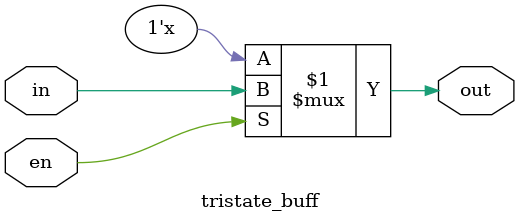
<source format=v>
module tristate_buff(input in,input en,output out);
  assign out = en ? in : 1'bz;
endmodule

</source>
